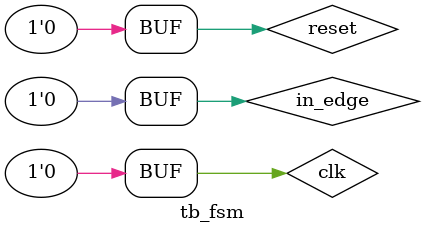
<source format=sv>
module tb_fsm();

    reg clk;
    reg reset;
    reg in_edge;
    wire out_edge;

edge_mealy edge_mealy_ins(
    .clk(clk),
    .reset(reset),
    .in_edge(in_edge),
    .out_edge(out_edge)
);
initial begin
    #10
    clk = 1;
    reset = 1;
    #10
    clk = 0;
    reset = 0;
    #10
    clk = 1;
    in_edge = 1;
    #10
    clk = 0;
    in_edge = 1;
    #10
    clk = 1;
    in_edge = 0;
    #10
    clk = 0;
    in_edge = 0;
    #10
    clk = 1;
    in_edge = 1;
    #10
    clk = 0;
    in_edge = 1;
    #10
    clk = 1;
    in_edge = 0;
    #10
    clk = 0;
    in_edge = 0;

end


endmodule
</source>
